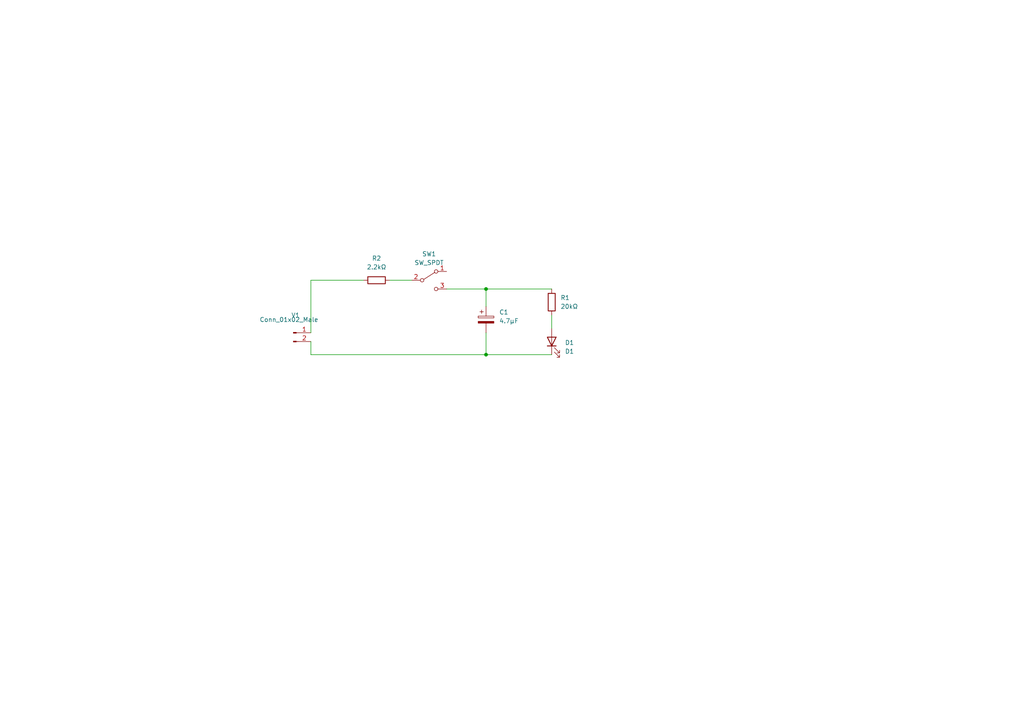
<source format=kicad_sch>
(kicad_sch (version 20211123) (generator eeschema)

  (uuid 7409638e-0def-45e6-a0a7-ec3d62336b88)

  (paper "A4")

  (lib_symbols
    (symbol "Connector:Conn_01x02_Male" (pin_names (offset 1.016) hide) (in_bom yes) (on_board yes)
      (property "Reference" "J" (id 0) (at 0 2.54 0)
        (effects (font (size 1.27 1.27)))
      )
      (property "Value" "Conn_01x02_Male" (id 1) (at 0 -5.08 0)
        (effects (font (size 1.27 1.27)))
      )
      (property "Footprint" "" (id 2) (at 0 0 0)
        (effects (font (size 1.27 1.27)) hide)
      )
      (property "Datasheet" "~" (id 3) (at 0 0 0)
        (effects (font (size 1.27 1.27)) hide)
      )
      (property "ki_keywords" "connector" (id 4) (at 0 0 0)
        (effects (font (size 1.27 1.27)) hide)
      )
      (property "ki_description" "Generic connector, single row, 01x02, script generated (kicad-library-utils/schlib/autogen/connector/)" (id 5) (at 0 0 0)
        (effects (font (size 1.27 1.27)) hide)
      )
      (property "ki_fp_filters" "Connector*:*_1x??_*" (id 6) (at 0 0 0)
        (effects (font (size 1.27 1.27)) hide)
      )
      (symbol "Conn_01x02_Male_1_1"
        (polyline
          (pts
            (xy 1.27 -2.54)
            (xy 0.8636 -2.54)
          )
          (stroke (width 0.1524) (type default) (color 0 0 0 0))
          (fill (type none))
        )
        (polyline
          (pts
            (xy 1.27 0)
            (xy 0.8636 0)
          )
          (stroke (width 0.1524) (type default) (color 0 0 0 0))
          (fill (type none))
        )
        (rectangle (start 0.8636 -2.413) (end 0 -2.667)
          (stroke (width 0.1524) (type default) (color 0 0 0 0))
          (fill (type outline))
        )
        (rectangle (start 0.8636 0.127) (end 0 -0.127)
          (stroke (width 0.1524) (type default) (color 0 0 0 0))
          (fill (type outline))
        )
        (pin passive line (at 5.08 0 180) (length 3.81)
          (name "Pin_1" (effects (font (size 1.27 1.27))))
          (number "1" (effects (font (size 1.27 1.27))))
        )
        (pin passive line (at 5.08 -2.54 180) (length 3.81)
          (name "Pin_2" (effects (font (size 1.27 1.27))))
          (number "2" (effects (font (size 1.27 1.27))))
        )
      )
    )
    (symbol "Device:C_Polarized" (pin_numbers hide) (pin_names (offset 0.254)) (in_bom yes) (on_board yes)
      (property "Reference" "C" (id 0) (at 0.635 2.54 0)
        (effects (font (size 1.27 1.27)) (justify left))
      )
      (property "Value" "C_Polarized" (id 1) (at 0.635 -2.54 0)
        (effects (font (size 1.27 1.27)) (justify left))
      )
      (property "Footprint" "" (id 2) (at 0.9652 -3.81 0)
        (effects (font (size 1.27 1.27)) hide)
      )
      (property "Datasheet" "~" (id 3) (at 0 0 0)
        (effects (font (size 1.27 1.27)) hide)
      )
      (property "ki_keywords" "cap capacitor" (id 4) (at 0 0 0)
        (effects (font (size 1.27 1.27)) hide)
      )
      (property "ki_description" "Polarized capacitor" (id 5) (at 0 0 0)
        (effects (font (size 1.27 1.27)) hide)
      )
      (property "ki_fp_filters" "CP_*" (id 6) (at 0 0 0)
        (effects (font (size 1.27 1.27)) hide)
      )
      (symbol "C_Polarized_0_1"
        (rectangle (start -2.286 0.508) (end 2.286 1.016)
          (stroke (width 0) (type default) (color 0 0 0 0))
          (fill (type none))
        )
        (polyline
          (pts
            (xy -1.778 2.286)
            (xy -0.762 2.286)
          )
          (stroke (width 0) (type default) (color 0 0 0 0))
          (fill (type none))
        )
        (polyline
          (pts
            (xy -1.27 2.794)
            (xy -1.27 1.778)
          )
          (stroke (width 0) (type default) (color 0 0 0 0))
          (fill (type none))
        )
        (rectangle (start 2.286 -0.508) (end -2.286 -1.016)
          (stroke (width 0) (type default) (color 0 0 0 0))
          (fill (type outline))
        )
      )
      (symbol "C_Polarized_1_1"
        (pin passive line (at 0 3.81 270) (length 2.794)
          (name "~" (effects (font (size 1.27 1.27))))
          (number "1" (effects (font (size 1.27 1.27))))
        )
        (pin passive line (at 0 -3.81 90) (length 2.794)
          (name "~" (effects (font (size 1.27 1.27))))
          (number "2" (effects (font (size 1.27 1.27))))
        )
      )
    )
    (symbol "Device:LED" (pin_numbers hide) (pin_names (offset 1.016) hide) (in_bom yes) (on_board yes)
      (property "Reference" "D" (id 0) (at 0 2.54 0)
        (effects (font (size 1.27 1.27)))
      )
      (property "Value" "LED" (id 1) (at 0 -2.54 0)
        (effects (font (size 1.27 1.27)))
      )
      (property "Footprint" "" (id 2) (at 0 0 0)
        (effects (font (size 1.27 1.27)) hide)
      )
      (property "Datasheet" "~" (id 3) (at 0 0 0)
        (effects (font (size 1.27 1.27)) hide)
      )
      (property "ki_keywords" "LED diode" (id 4) (at 0 0 0)
        (effects (font (size 1.27 1.27)) hide)
      )
      (property "ki_description" "Light emitting diode" (id 5) (at 0 0 0)
        (effects (font (size 1.27 1.27)) hide)
      )
      (property "ki_fp_filters" "LED* LED_SMD:* LED_THT:*" (id 6) (at 0 0 0)
        (effects (font (size 1.27 1.27)) hide)
      )
      (symbol "LED_0_1"
        (polyline
          (pts
            (xy -1.27 -1.27)
            (xy -1.27 1.27)
          )
          (stroke (width 0.254) (type default) (color 0 0 0 0))
          (fill (type none))
        )
        (polyline
          (pts
            (xy -1.27 0)
            (xy 1.27 0)
          )
          (stroke (width 0) (type default) (color 0 0 0 0))
          (fill (type none))
        )
        (polyline
          (pts
            (xy 1.27 -1.27)
            (xy 1.27 1.27)
            (xy -1.27 0)
            (xy 1.27 -1.27)
          )
          (stroke (width 0.254) (type default) (color 0 0 0 0))
          (fill (type none))
        )
        (polyline
          (pts
            (xy -3.048 -0.762)
            (xy -4.572 -2.286)
            (xy -3.81 -2.286)
            (xy -4.572 -2.286)
            (xy -4.572 -1.524)
          )
          (stroke (width 0) (type default) (color 0 0 0 0))
          (fill (type none))
        )
        (polyline
          (pts
            (xy -1.778 -0.762)
            (xy -3.302 -2.286)
            (xy -2.54 -2.286)
            (xy -3.302 -2.286)
            (xy -3.302 -1.524)
          )
          (stroke (width 0) (type default) (color 0 0 0 0))
          (fill (type none))
        )
      )
      (symbol "LED_1_1"
        (pin passive line (at -3.81 0 0) (length 2.54)
          (name "K" (effects (font (size 1.27 1.27))))
          (number "1" (effects (font (size 1.27 1.27))))
        )
        (pin passive line (at 3.81 0 180) (length 2.54)
          (name "A" (effects (font (size 1.27 1.27))))
          (number "2" (effects (font (size 1.27 1.27))))
        )
      )
    )
    (symbol "Device:R" (pin_numbers hide) (pin_names (offset 0)) (in_bom yes) (on_board yes)
      (property "Reference" "R" (id 0) (at 2.032 0 90)
        (effects (font (size 1.27 1.27)))
      )
      (property "Value" "R" (id 1) (at 0 0 90)
        (effects (font (size 1.27 1.27)))
      )
      (property "Footprint" "" (id 2) (at -1.778 0 90)
        (effects (font (size 1.27 1.27)) hide)
      )
      (property "Datasheet" "~" (id 3) (at 0 0 0)
        (effects (font (size 1.27 1.27)) hide)
      )
      (property "ki_keywords" "R res resistor" (id 4) (at 0 0 0)
        (effects (font (size 1.27 1.27)) hide)
      )
      (property "ki_description" "Resistor" (id 5) (at 0 0 0)
        (effects (font (size 1.27 1.27)) hide)
      )
      (property "ki_fp_filters" "R_*" (id 6) (at 0 0 0)
        (effects (font (size 1.27 1.27)) hide)
      )
      (symbol "R_0_1"
        (rectangle (start -1.016 -2.54) (end 1.016 2.54)
          (stroke (width 0.254) (type default) (color 0 0 0 0))
          (fill (type none))
        )
      )
      (symbol "R_1_1"
        (pin passive line (at 0 3.81 270) (length 1.27)
          (name "~" (effects (font (size 1.27 1.27))))
          (number "1" (effects (font (size 1.27 1.27))))
        )
        (pin passive line (at 0 -3.81 90) (length 1.27)
          (name "~" (effects (font (size 1.27 1.27))))
          (number "2" (effects (font (size 1.27 1.27))))
        )
      )
    )
    (symbol "Switch:SW_SPDT" (pin_names (offset 0) hide) (in_bom yes) (on_board yes)
      (property "Reference" "SW" (id 0) (at 0 4.318 0)
        (effects (font (size 1.27 1.27)))
      )
      (property "Value" "SW_SPDT" (id 1) (at 0 -5.08 0)
        (effects (font (size 1.27 1.27)))
      )
      (property "Footprint" "" (id 2) (at 0 0 0)
        (effects (font (size 1.27 1.27)) hide)
      )
      (property "Datasheet" "~" (id 3) (at 0 0 0)
        (effects (font (size 1.27 1.27)) hide)
      )
      (property "ki_keywords" "switch single-pole double-throw spdt ON-ON" (id 4) (at 0 0 0)
        (effects (font (size 1.27 1.27)) hide)
      )
      (property "ki_description" "Switch, single pole double throw" (id 5) (at 0 0 0)
        (effects (font (size 1.27 1.27)) hide)
      )
      (symbol "SW_SPDT_0_0"
        (circle (center -2.032 0) (radius 0.508)
          (stroke (width 0) (type default) (color 0 0 0 0))
          (fill (type none))
        )
        (circle (center 2.032 -2.54) (radius 0.508)
          (stroke (width 0) (type default) (color 0 0 0 0))
          (fill (type none))
        )
      )
      (symbol "SW_SPDT_0_1"
        (polyline
          (pts
            (xy -1.524 0.254)
            (xy 1.651 2.286)
          )
          (stroke (width 0) (type default) (color 0 0 0 0))
          (fill (type none))
        )
        (circle (center 2.032 2.54) (radius 0.508)
          (stroke (width 0) (type default) (color 0 0 0 0))
          (fill (type none))
        )
      )
      (symbol "SW_SPDT_1_1"
        (pin passive line (at 5.08 2.54 180) (length 2.54)
          (name "A" (effects (font (size 1.27 1.27))))
          (number "1" (effects (font (size 1.27 1.27))))
        )
        (pin passive line (at -5.08 0 0) (length 2.54)
          (name "B" (effects (font (size 1.27 1.27))))
          (number "2" (effects (font (size 1.27 1.27))))
        )
        (pin passive line (at 5.08 -2.54 180) (length 2.54)
          (name "C" (effects (font (size 1.27 1.27))))
          (number "3" (effects (font (size 1.27 1.27))))
        )
      )
    )
  )

  (junction (at 140.97 102.87) (diameter 0) (color 0 0 0 0)
    (uuid 1370655d-9a98-4e3b-a614-6b915f4c3ce0)
  )
  (junction (at 140.97 83.82) (diameter 0) (color 0 0 0 0)
    (uuid c263b429-eda0-41ea-8988-2b0d1d1e3cb4)
  )

  (wire (pts (xy 160.02 91.44) (xy 160.02 95.25))
    (stroke (width 0) (type default) (color 0 0 0 0))
    (uuid 251daa3b-3bfe-47ac-bc0d-23487452455b)
  )
  (wire (pts (xy 90.17 99.06) (xy 90.17 102.87))
    (stroke (width 0) (type default) (color 0 0 0 0))
    (uuid 2ee90674-1db1-4606-bec4-c33d8239b6c1)
  )
  (wire (pts (xy 140.97 83.82) (xy 140.97 88.9))
    (stroke (width 0) (type default) (color 0 0 0 0))
    (uuid 3dfca1fb-808b-4331-af7e-71f8a64ef8c6)
  )
  (wire (pts (xy 160.02 83.82) (xy 140.97 83.82))
    (stroke (width 0) (type default) (color 0 0 0 0))
    (uuid 4f993447-b42e-4c87-a170-09a4bebeb793)
  )
  (wire (pts (xy 129.54 83.82) (xy 140.97 83.82))
    (stroke (width 0) (type default) (color 0 0 0 0))
    (uuid 57faf56a-ae91-4681-b2d9-6c85b8fb5730)
  )
  (wire (pts (xy 90.17 81.28) (xy 105.41 81.28))
    (stroke (width 0) (type default) (color 0 0 0 0))
    (uuid 79e918d4-b111-4d13-b9d8-4ebf511bad20)
  )
  (wire (pts (xy 113.03 81.28) (xy 119.38 81.28))
    (stroke (width 0) (type default) (color 0 0 0 0))
    (uuid adce23a7-9122-4d20-93bc-5dd2b39e7e32)
  )
  (wire (pts (xy 140.97 102.87) (xy 160.02 102.87))
    (stroke (width 0) (type default) (color 0 0 0 0))
    (uuid b13aebc5-dc09-40a0-9a4e-275341361fb8)
  )
  (wire (pts (xy 90.17 102.87) (xy 140.97 102.87))
    (stroke (width 0) (type default) (color 0 0 0 0))
    (uuid b1aae851-89d4-4632-9e3a-a6ab7039b296)
  )
  (wire (pts (xy 140.97 96.52) (xy 140.97 102.87))
    (stroke (width 0) (type default) (color 0 0 0 0))
    (uuid cf91a029-dbb1-408c-803a-65eca46b9d7c)
  )
  (wire (pts (xy 90.17 96.52) (xy 90.17 81.28))
    (stroke (width 0) (type default) (color 0 0 0 0))
    (uuid d3668f9f-8c6d-4ba9-a3aa-c811d60b7be8)
  )

  (symbol (lib_id "Switch:SW_SPDT") (at 124.46 81.28 0) (unit 1)
    (in_bom yes) (on_board yes) (fields_autoplaced)
    (uuid 1b8dc7d9-9103-4567-bb28-037a8384b92a)
    (property "Reference" "SW1" (id 0) (at 124.46 73.66 0))
    (property "Value" "SW_SPDT" (id 1) (at 124.46 76.2 0))
    (property "Footprint" "Button_Switch_THT:SW_E-Switch_EG1224_SPDT_Angled" (id 2) (at 124.46 81.28 0)
      (effects (font (size 1.27 1.27)) hide)
    )
    (property "Datasheet" "~" (id 3) (at 124.46 81.28 0)
      (effects (font (size 1.27 1.27)) hide)
    )
    (pin "1" (uuid bc4e9449-e1e2-4877-8e0a-86b61145f3a5))
    (pin "2" (uuid a6a86ab7-639c-4111-90e5-28f0b1382718))
    (pin "3" (uuid f8653af1-283e-4a60-b150-d9b099eac282))
  )

  (symbol (lib_id "Device:C_Polarized") (at 140.97 92.71 0) (unit 1)
    (in_bom yes) (on_board yes) (fields_autoplaced)
    (uuid 7744425a-ec4e-4cb9-98b6-8d889a9ab2e1)
    (property "Reference" "C1" (id 0) (at 144.78 90.5509 0)
      (effects (font (size 1.27 1.27)) (justify left))
    )
    (property "Value" "4.7µF" (id 1) (at 144.78 93.0909 0)
      (effects (font (size 1.27 1.27)) (justify left))
    )
    (property "Footprint" "Capacitor_THT:C_Radial_D5.0mm_H5.0mm_P2.00mm" (id 2) (at 141.9352 96.52 0)
      (effects (font (size 1.27 1.27)) hide)
    )
    (property "Datasheet" "~" (id 3) (at 140.97 92.71 0)
      (effects (font (size 1.27 1.27)) hide)
    )
    (pin "1" (uuid f0afc133-ed69-4c93-b3aa-41ab2e21443c))
    (pin "2" (uuid d3c57208-cb26-4456-b913-1aef982bb50b))
  )

  (symbol (lib_id "Device:R") (at 160.02 87.63 180) (unit 1)
    (in_bom yes) (on_board yes) (fields_autoplaced)
    (uuid 7748c166-b737-4c42-996f-70460b27e541)
    (property "Reference" "R1" (id 0) (at 162.56 86.3599 0)
      (effects (font (size 1.27 1.27)) (justify right))
    )
    (property "Value" "20kΩ" (id 1) (at 162.56 88.8999 0)
      (effects (font (size 1.27 1.27)) (justify right))
    )
    (property "Footprint" "Resistor_THT:R_Axial_DIN0516_L15.5mm_D5.0mm_P20.32mm_Horizontal" (id 2) (at 161.798 87.63 90)
      (effects (font (size 1.27 1.27)) hide)
    )
    (property "Datasheet" "~" (id 3) (at 160.02 87.63 0)
      (effects (font (size 1.27 1.27)) hide)
    )
    (pin "1" (uuid ec27a868-a6b5-4084-ad6e-a27e1a6cc356))
    (pin "2" (uuid 80aa1875-418a-483d-b814-8f846754fb47))
  )

  (symbol (lib_id "Device:R") (at 109.22 81.28 90) (unit 1)
    (in_bom yes) (on_board yes) (fields_autoplaced)
    (uuid 8fd34631-3a1f-4c38-9b69-37acf39963c4)
    (property "Reference" "R2" (id 0) (at 109.22 74.93 90))
    (property "Value" "2.2kΩ" (id 1) (at 109.22 77.47 90))
    (property "Footprint" "Resistor_THT:R_Axial_DIN0516_L15.5mm_D5.0mm_P20.32mm_Horizontal" (id 2) (at 109.22 83.058 90)
      (effects (font (size 1.27 1.27)) hide)
    )
    (property "Datasheet" "~" (id 3) (at 109.22 81.28 0)
      (effects (font (size 1.27 1.27)) hide)
    )
    (pin "1" (uuid ed6a845c-3ece-429c-946b-4d5b8f768a0c))
    (pin "2" (uuid d9bbbf1b-1587-456d-910a-b3d44e1e415a))
  )

  (symbol (lib_id "Connector:Conn_01x02_Male") (at 85.09 96.52 0) (unit 1)
    (in_bom yes) (on_board yes)
    (uuid 94c9736e-73e2-40cd-98cf-cab163ccecb5)
    (property "Reference" "V1" (id 0) (at 85.725 91.44 0))
    (property "Value" "Conn_01x02_Male" (id 1) (at 83.82 92.71 0))
    (property "Footprint" "Connector_JST:JST_PH_B2B-PH-K_1x02_P2.00mm_Vertical" (id 2) (at 85.09 96.52 0)
      (effects (font (size 1.27 1.27)) hide)
    )
    (property "Datasheet" "~" (id 3) (at 85.09 96.52 0)
      (effects (font (size 1.27 1.27)) hide)
    )
    (pin "1" (uuid 1047d986-6abc-4cce-9087-e3732362c2e5))
    (pin "2" (uuid 334cad48-b831-40b4-ae94-06b60e1bde08))
  )

  (symbol (lib_id "Device:LED") (at 160.02 99.06 90) (unit 1)
    (in_bom yes) (on_board yes) (fields_autoplaced)
    (uuid c4027b79-be9c-43c3-a2dc-a6043b15bb0c)
    (property "Reference" "D1" (id 0) (at 163.83 99.3774 90)
      (effects (font (size 1.27 1.27)) (justify right))
    )
    (property "Value" "D1" (id 1) (at 163.83 101.9174 90)
      (effects (font (size 1.27 1.27)) (justify right))
    )
    (property "Footprint" "LED_THT:LED_D5.0mm" (id 2) (at 160.02 99.06 0)
      (effects (font (size 1.27 1.27)) hide)
    )
    (property "Datasheet" "~" (id 3) (at 160.02 99.06 0)
      (effects (font (size 1.27 1.27)) hide)
    )
    (pin "1" (uuid e5fdb4b6-5438-41dd-8143-290b4f340e32))
    (pin "2" (uuid 543d1548-9a49-46da-8c7b-1b4716a017c7))
  )

  (sheet_instances
    (path "/" (page "1"))
  )

  (symbol_instances
    (path "/7744425a-ec4e-4cb9-98b6-8d889a9ab2e1"
      (reference "C1") (unit 1) (value "4.7µF") (footprint "Capacitor_THT:C_Radial_D5.0mm_H5.0mm_P2.00mm")
    )
    (path "/c4027b79-be9c-43c3-a2dc-a6043b15bb0c"
      (reference "D1") (unit 1) (value "D1") (footprint "LED_THT:LED_D5.0mm")
    )
    (path "/7748c166-b737-4c42-996f-70460b27e541"
      (reference "R1") (unit 1) (value "20kΩ") (footprint "Resistor_THT:R_Axial_DIN0516_L15.5mm_D5.0mm_P20.32mm_Horizontal")
    )
    (path "/8fd34631-3a1f-4c38-9b69-37acf39963c4"
      (reference "R2") (unit 1) (value "2.2kΩ") (footprint "Resistor_THT:R_Axial_DIN0516_L15.5mm_D5.0mm_P20.32mm_Horizontal")
    )
    (path "/1b8dc7d9-9103-4567-bb28-037a8384b92a"
      (reference "SW1") (unit 1) (value "SW_SPDT") (footprint "Button_Switch_THT:SW_E-Switch_EG1224_SPDT_Angled")
    )
    (path "/94c9736e-73e2-40cd-98cf-cab163ccecb5"
      (reference "V1") (unit 1) (value "Conn_01x02_Male") (footprint "Connector_JST:JST_PH_B2B-PH-K_1x02_P2.00mm_Vertical")
    )
  )
)

</source>
